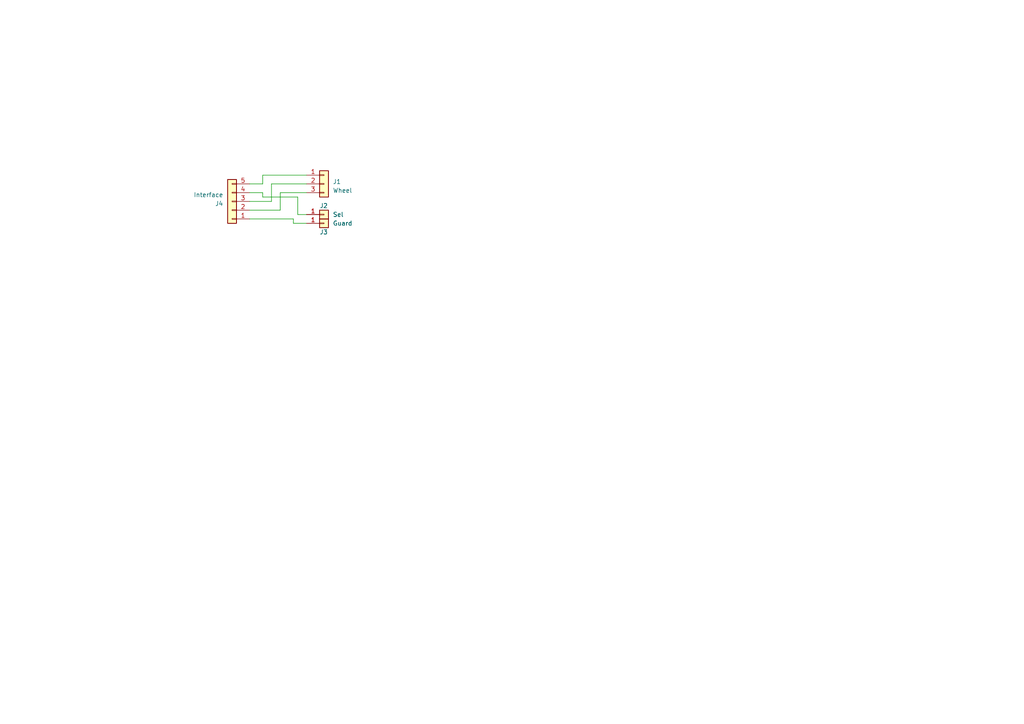
<source format=kicad_sch>
(kicad_sch (version 20230121) (generator eeschema)

  (uuid 15b74f2e-995a-46d5-97f0-d6bc23386fbd)

  (paper "A4")

  (lib_symbols
    (symbol "Connector_Generic:Conn_01x01" (pin_names (offset 1.016) hide) (in_bom yes) (on_board yes)
      (property "Reference" "J" (at 0 2.54 0)
        (effects (font (size 1.27 1.27)))
      )
      (property "Value" "Conn_01x01" (at 0 -2.54 0)
        (effects (font (size 1.27 1.27)))
      )
      (property "Footprint" "" (at 0 0 0)
        (effects (font (size 1.27 1.27)) hide)
      )
      (property "Datasheet" "~" (at 0 0 0)
        (effects (font (size 1.27 1.27)) hide)
      )
      (property "ki_keywords" "connector" (at 0 0 0)
        (effects (font (size 1.27 1.27)) hide)
      )
      (property "ki_description" "Generic connector, single row, 01x01, script generated (kicad-library-utils/schlib/autogen/connector/)" (at 0 0 0)
        (effects (font (size 1.27 1.27)) hide)
      )
      (property "ki_fp_filters" "Connector*:*_1x??_*" (at 0 0 0)
        (effects (font (size 1.27 1.27)) hide)
      )
      (symbol "Conn_01x01_1_1"
        (rectangle (start -1.27 0.127) (end 0 -0.127)
          (stroke (width 0.1524) (type default))
          (fill (type none))
        )
        (rectangle (start -1.27 1.27) (end 1.27 -1.27)
          (stroke (width 0.254) (type default))
          (fill (type background))
        )
        (pin passive line (at -5.08 0 0) (length 3.81)
          (name "Pin_1" (effects (font (size 1.27 1.27))))
          (number "1" (effects (font (size 1.27 1.27))))
        )
      )
    )
    (symbol "Connector_Generic:Conn_01x03" (pin_names (offset 1.016) hide) (in_bom yes) (on_board yes)
      (property "Reference" "J" (at 0 5.08 0)
        (effects (font (size 1.27 1.27)))
      )
      (property "Value" "Conn_01x03" (at 0 -5.08 0)
        (effects (font (size 1.27 1.27)))
      )
      (property "Footprint" "" (at 0 0 0)
        (effects (font (size 1.27 1.27)) hide)
      )
      (property "Datasheet" "~" (at 0 0 0)
        (effects (font (size 1.27 1.27)) hide)
      )
      (property "ki_keywords" "connector" (at 0 0 0)
        (effects (font (size 1.27 1.27)) hide)
      )
      (property "ki_description" "Generic connector, single row, 01x03, script generated (kicad-library-utils/schlib/autogen/connector/)" (at 0 0 0)
        (effects (font (size 1.27 1.27)) hide)
      )
      (property "ki_fp_filters" "Connector*:*_1x??_*" (at 0 0 0)
        (effects (font (size 1.27 1.27)) hide)
      )
      (symbol "Conn_01x03_1_1"
        (rectangle (start -1.27 -2.413) (end 0 -2.667)
          (stroke (width 0.1524) (type default))
          (fill (type none))
        )
        (rectangle (start -1.27 0.127) (end 0 -0.127)
          (stroke (width 0.1524) (type default))
          (fill (type none))
        )
        (rectangle (start -1.27 2.667) (end 0 2.413)
          (stroke (width 0.1524) (type default))
          (fill (type none))
        )
        (rectangle (start -1.27 3.81) (end 1.27 -3.81)
          (stroke (width 0.254) (type default))
          (fill (type background))
        )
        (pin passive line (at -5.08 2.54 0) (length 3.81)
          (name "Pin_1" (effects (font (size 1.27 1.27))))
          (number "1" (effects (font (size 1.27 1.27))))
        )
        (pin passive line (at -5.08 0 0) (length 3.81)
          (name "Pin_2" (effects (font (size 1.27 1.27))))
          (number "2" (effects (font (size 1.27 1.27))))
        )
        (pin passive line (at -5.08 -2.54 0) (length 3.81)
          (name "Pin_3" (effects (font (size 1.27 1.27))))
          (number "3" (effects (font (size 1.27 1.27))))
        )
      )
    )
    (symbol "Connector_Generic:Conn_01x05" (pin_names (offset 1.016) hide) (in_bom yes) (on_board yes)
      (property "Reference" "J" (at 0 7.62 0)
        (effects (font (size 1.27 1.27)))
      )
      (property "Value" "Conn_01x05" (at 0 -7.62 0)
        (effects (font (size 1.27 1.27)))
      )
      (property "Footprint" "" (at 0 0 0)
        (effects (font (size 1.27 1.27)) hide)
      )
      (property "Datasheet" "~" (at 0 0 0)
        (effects (font (size 1.27 1.27)) hide)
      )
      (property "ki_keywords" "connector" (at 0 0 0)
        (effects (font (size 1.27 1.27)) hide)
      )
      (property "ki_description" "Generic connector, single row, 01x05, script generated (kicad-library-utils/schlib/autogen/connector/)" (at 0 0 0)
        (effects (font (size 1.27 1.27)) hide)
      )
      (property "ki_fp_filters" "Connector*:*_1x??_*" (at 0 0 0)
        (effects (font (size 1.27 1.27)) hide)
      )
      (symbol "Conn_01x05_1_1"
        (rectangle (start -1.27 -4.953) (end 0 -5.207)
          (stroke (width 0.1524) (type default))
          (fill (type none))
        )
        (rectangle (start -1.27 -2.413) (end 0 -2.667)
          (stroke (width 0.1524) (type default))
          (fill (type none))
        )
        (rectangle (start -1.27 0.127) (end 0 -0.127)
          (stroke (width 0.1524) (type default))
          (fill (type none))
        )
        (rectangle (start -1.27 2.667) (end 0 2.413)
          (stroke (width 0.1524) (type default))
          (fill (type none))
        )
        (rectangle (start -1.27 5.207) (end 0 4.953)
          (stroke (width 0.1524) (type default))
          (fill (type none))
        )
        (rectangle (start -1.27 6.35) (end 1.27 -6.35)
          (stroke (width 0.254) (type default))
          (fill (type background))
        )
        (pin passive line (at -5.08 5.08 0) (length 3.81)
          (name "Pin_1" (effects (font (size 1.27 1.27))))
          (number "1" (effects (font (size 1.27 1.27))))
        )
        (pin passive line (at -5.08 2.54 0) (length 3.81)
          (name "Pin_2" (effects (font (size 1.27 1.27))))
          (number "2" (effects (font (size 1.27 1.27))))
        )
        (pin passive line (at -5.08 0 0) (length 3.81)
          (name "Pin_3" (effects (font (size 1.27 1.27))))
          (number "3" (effects (font (size 1.27 1.27))))
        )
        (pin passive line (at -5.08 -2.54 0) (length 3.81)
          (name "Pin_4" (effects (font (size 1.27 1.27))))
          (number "4" (effects (font (size 1.27 1.27))))
        )
        (pin passive line (at -5.08 -5.08 0) (length 3.81)
          (name "Pin_5" (effects (font (size 1.27 1.27))))
          (number "5" (effects (font (size 1.27 1.27))))
        )
      )
    )
  )


  (wire (pts (xy 88.9 64.77) (xy 85.09 64.77))
    (stroke (width 0) (type default))
    (uuid 041ff8f6-fed6-4dcb-affe-586adf5da302)
  )
  (wire (pts (xy 86.36 57.15) (xy 86.36 62.23))
    (stroke (width 0) (type default))
    (uuid 0f5516fe-e869-4988-a489-108d24d2faa5)
  )
  (wire (pts (xy 76.2 57.15) (xy 86.36 57.15))
    (stroke (width 0) (type default))
    (uuid 17fe7f61-9767-4099-ac17-c167b84da216)
  )
  (wire (pts (xy 88.9 55.88) (xy 81.28 55.88))
    (stroke (width 0) (type default))
    (uuid 18ea67bf-ac3e-44c8-9ca9-c03bcbd5258b)
  )
  (wire (pts (xy 72.39 60.96) (xy 81.28 60.96))
    (stroke (width 0) (type default))
    (uuid 31b43f0b-0811-4394-a080-f86d6dbbc289)
  )
  (wire (pts (xy 85.09 64.77) (xy 85.09 63.5))
    (stroke (width 0) (type default))
    (uuid 359e0402-0bad-4290-99df-cc3b44b873c7)
  )
  (wire (pts (xy 78.74 58.42) (xy 72.39 58.42))
    (stroke (width 0) (type default))
    (uuid 577eb37b-e5b8-4e67-89cf-7a536b41293a)
  )
  (wire (pts (xy 76.2 50.8) (xy 88.9 50.8))
    (stroke (width 0) (type default))
    (uuid 7f56d5f9-0ec9-4e8f-bda3-8b8dd1e48460)
  )
  (wire (pts (xy 78.74 53.34) (xy 78.74 58.42))
    (stroke (width 0) (type default))
    (uuid 8875b30b-6b63-49f0-a733-84370f0148e6)
  )
  (wire (pts (xy 72.39 63.5) (xy 85.09 63.5))
    (stroke (width 0) (type default))
    (uuid a009cd4c-709c-421f-9cdf-88add06d3280)
  )
  (wire (pts (xy 72.39 55.88) (xy 76.2 55.88))
    (stroke (width 0) (type default))
    (uuid a971cc44-649c-4011-808c-2505e941bbc5)
  )
  (wire (pts (xy 76.2 55.88) (xy 76.2 57.15))
    (stroke (width 0) (type default))
    (uuid be1e38a2-c31c-4353-836a-5ddd6e7ddd09)
  )
  (wire (pts (xy 81.28 55.88) (xy 81.28 60.96))
    (stroke (width 0) (type default))
    (uuid c7af989c-0ce8-487b-aa9f-73156f39d65c)
  )
  (wire (pts (xy 86.36 62.23) (xy 88.9 62.23))
    (stroke (width 0) (type default))
    (uuid d24f009e-6e57-44d0-977d-f8e5a271cdb6)
  )
  (wire (pts (xy 76.2 53.34) (xy 72.39 53.34))
    (stroke (width 0) (type default))
    (uuid eb5d7e42-c9f1-4dbe-b630-c1a8570255b7)
  )
  (wire (pts (xy 78.74 53.34) (xy 88.9 53.34))
    (stroke (width 0) (type default))
    (uuid ee44f1d6-42a8-41ad-b9e0-7d3b2764a193)
  )
  (wire (pts (xy 76.2 50.8) (xy 76.2 53.34))
    (stroke (width 0) (type default))
    (uuid f0fe116d-0564-4dde-a2d2-eea52c2d18a8)
  )

  (symbol (lib_id "Connector_Generic:Conn_01x01") (at 93.98 62.23 0) (unit 1)
    (in_bom yes) (on_board yes) (dnp no)
    (uuid 04176f32-fa41-408a-821e-8a3d6d6bce37)
    (property "Reference" "J2" (at 92.71 59.69 0)
      (effects (font (size 1.27 1.27)) (justify left))
    )
    (property "Value" "Sel" (at 96.52 62.23 0)
      (effects (font (size 1.27 1.27)) (justify left))
    )
    (property "Footprint" "Melodio-NavWheel:qtouch-button" (at 93.98 62.23 0)
      (effects (font (size 1.27 1.27)) hide)
    )
    (property "Datasheet" "~" (at 93.98 62.23 0)
      (effects (font (size 1.27 1.27)) hide)
    )
    (pin "1" (uuid 3f5e850d-9072-4fa3-bed5-aaaf8e962528))
    (instances
      (project "Melodio-NavWheel"
        (path "/15b74f2e-995a-46d5-97f0-d6bc23386fbd"
          (reference "J2") (unit 1)
        )
      )
    )
  )

  (symbol (lib_id "Connector_Generic:Conn_01x03") (at 93.98 53.34 0) (unit 1)
    (in_bom yes) (on_board yes) (dnp no) (fields_autoplaced)
    (uuid 12b0af3f-5433-4752-bbf1-25ae9bc12fff)
    (property "Reference" "J1" (at 96.52 52.705 0)
      (effects (font (size 1.27 1.27)) (justify left))
    )
    (property "Value" "Wheel" (at 96.52 55.245 0)
      (effects (font (size 1.27 1.27)) (justify left))
    )
    (property "Footprint" "Melodio-NavWheel:qtouch-wheel" (at 93.98 53.34 0)
      (effects (font (size 1.27 1.27)) hide)
    )
    (property "Datasheet" "~" (at 93.98 53.34 0)
      (effects (font (size 1.27 1.27)) hide)
    )
    (pin "1" (uuid 95725a2d-c23d-4a92-82bf-d68ae0587464))
    (pin "2" (uuid 6152c4c2-2a58-492c-a1d8-5dd26aa3e4cc))
    (pin "3" (uuid 9f3c0801-faf4-443e-90d5-6154800cd1e5))
    (instances
      (project "Melodio-NavWheel"
        (path "/15b74f2e-995a-46d5-97f0-d6bc23386fbd"
          (reference "J1") (unit 1)
        )
      )
    )
  )

  (symbol (lib_id "Connector_Generic:Conn_01x01") (at 93.98 64.77 0) (unit 1)
    (in_bom yes) (on_board yes) (dnp no)
    (uuid 7f199041-693b-45f3-b842-90e77910981d)
    (property "Reference" "J3" (at 92.71 67.31 0)
      (effects (font (size 1.27 1.27)) (justify left))
    )
    (property "Value" "Guard" (at 96.52 64.77 0)
      (effects (font (size 1.27 1.27)) (justify left))
    )
    (property "Footprint" "Melodio-NavWheel:qtouch-guard" (at 93.98 64.77 0)
      (effects (font (size 1.27 1.27)) hide)
    )
    (property "Datasheet" "~" (at 93.98 64.77 0)
      (effects (font (size 1.27 1.27)) hide)
    )
    (pin "1" (uuid dc25e519-8bb2-4258-a6d4-084ce6e16d6a))
    (instances
      (project "Melodio-NavWheel"
        (path "/15b74f2e-995a-46d5-97f0-d6bc23386fbd"
          (reference "J3") (unit 1)
        )
      )
    )
  )

  (symbol (lib_id "Connector_Generic:Conn_01x05") (at 67.31 58.42 180) (unit 1)
    (in_bom yes) (on_board yes) (dnp no)
    (uuid 884847de-b9bc-4c37-b84c-282fdf38f815)
    (property "Reference" "J4" (at 64.77 59.055 0)
      (effects (font (size 1.27 1.27)) (justify left))
    )
    (property "Value" "Interface" (at 64.77 56.515 0)
      (effects (font (size 1.27 1.27)) (justify left))
    )
    (property "Footprint" "Connector_PinHeader_1.27mm:PinHeader_1x05_P1.27mm_Vertical" (at 67.31 58.42 0)
      (effects (font (size 1.27 1.27)) hide)
    )
    (property "Datasheet" "~" (at 67.31 58.42 0)
      (effects (font (size 1.27 1.27)) hide)
    )
    (pin "1" (uuid 63f8309e-2260-43d0-a820-f1916a2c0d93))
    (pin "2" (uuid a08b8b35-60d6-4250-9410-c56e05de83cd))
    (pin "3" (uuid c6a8d6ae-834a-4d1a-8a87-7709fc48d417))
    (pin "4" (uuid c0e5bb42-50ac-4004-a027-ccc9af47ed13))
    (pin "5" (uuid 1e203a08-74c0-42c3-a9f6-cffce7794905))
    (instances
      (project "Melodio-NavWheel"
        (path "/15b74f2e-995a-46d5-97f0-d6bc23386fbd"
          (reference "J4") (unit 1)
        )
      )
    )
  )

  (sheet_instances
    (path "/" (page "1"))
  )
)

</source>
